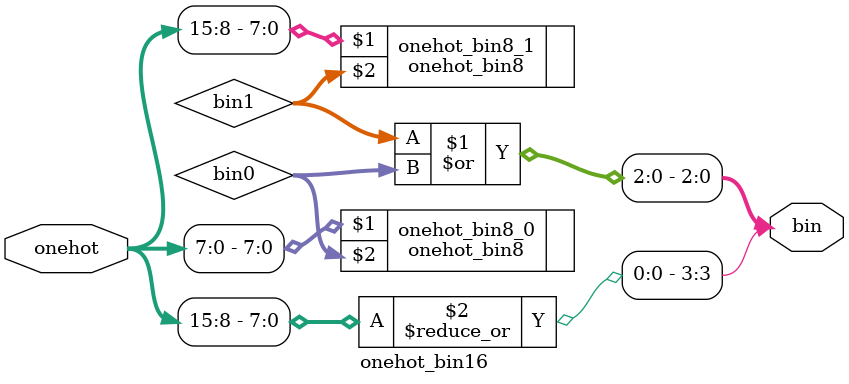
<source format=sv>
module onehot_bin16 (
    input  logic [15:0] onehot,
    output logic [ 3:0] bin
);
  logic [2:0] bin1, bin0;
  onehot_bin8 onehot_bin8_1(onehot[15:8], bin1);
  onehot_bin8 onehot_bin8_0(onehot[ 7:0], bin0);
  assign bin = {|{onehot[15:8]}, bin1 | bin0};
endmodule

</source>
